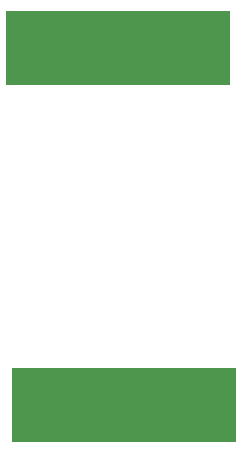
<source format=gbp>
G75*
%MOIN*%
%OFA0B0*%
%FSLAX25Y25*%
%IPPOS*%
%LPD*%
%AMOC8*
5,1,8,0,0,1.08239X$1,22.5*
%
%ADD10R,0.75000X0.25000*%
D10*
X0116378Y0043933D03*
X0114378Y0162933D03*
M02*

</source>
